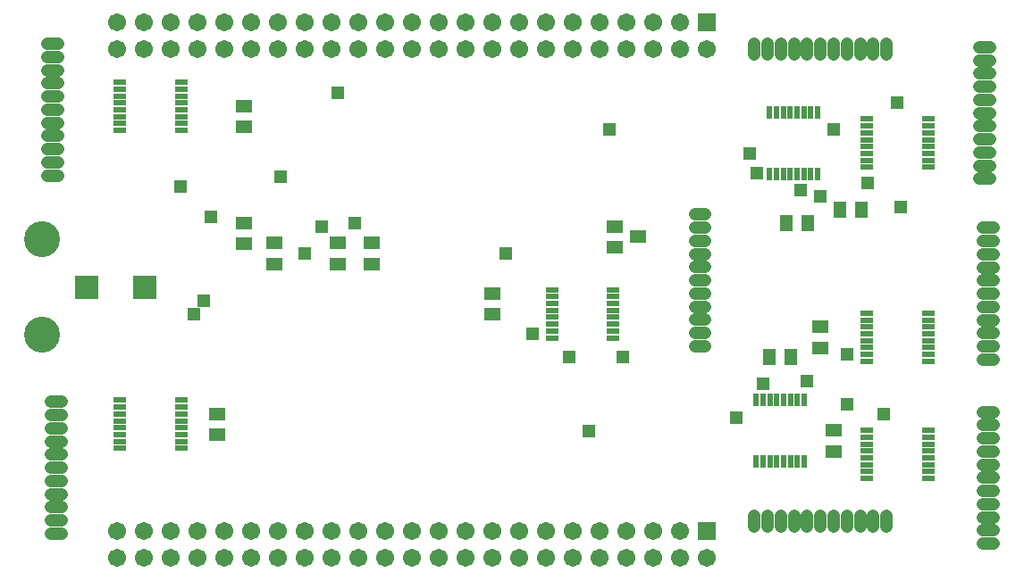
<source format=gbs>
G75*
%MOIN*%
%OFA0B0*%
%FSLAX24Y24*%
%IPPOS*%
%LPD*%
%AMOC8*
5,1,8,0,0,1.08239X$1,22.5*
%
%ADD10R,0.0907X0.0907*%
%ADD11C,0.1340*%
%ADD12R,0.0631X0.0513*%
%ADD13R,0.0513X0.0631*%
%ADD14R,0.0200X0.0470*%
%ADD15R,0.0470X0.0200*%
%ADD16C,0.0477*%
%ADD17R,0.0674X0.0674*%
%ADD18C,0.0674*%
%ADD19R,0.0631X0.0474*%
%ADD20R,0.0476X0.0476*%
D10*
X005583Y011680D03*
X007748Y011680D03*
D11*
X003930Y009908D03*
X003930Y013452D03*
D12*
X011458Y013286D03*
X011458Y014074D03*
X012583Y013324D03*
X012583Y012536D03*
X014958Y012536D03*
X014958Y013324D03*
X016208Y013324D03*
X016208Y012536D03*
X020708Y011449D03*
X020708Y010661D03*
X010458Y006949D03*
X010458Y006161D03*
X011458Y017661D03*
X011458Y018449D03*
X032958Y010199D03*
X032958Y009411D03*
X033458Y006324D03*
X033458Y005536D03*
D13*
X031852Y009055D03*
X031064Y009055D03*
X031689Y014055D03*
X032477Y014055D03*
X033689Y014555D03*
X034477Y014555D03*
D14*
X032854Y015906D03*
X032598Y015906D03*
X032342Y015906D03*
X032086Y015906D03*
X031830Y015906D03*
X031574Y015906D03*
X031318Y015906D03*
X031062Y015906D03*
X031062Y018204D03*
X031318Y018204D03*
X031574Y018204D03*
X031830Y018204D03*
X032086Y018204D03*
X032342Y018204D03*
X032598Y018204D03*
X032854Y018204D03*
X032354Y007454D03*
X032098Y007454D03*
X031842Y007454D03*
X031586Y007454D03*
X031330Y007454D03*
X031074Y007454D03*
X030818Y007454D03*
X030562Y007454D03*
X030562Y005156D03*
X030818Y005156D03*
X031074Y005156D03*
X031330Y005156D03*
X031586Y005156D03*
X031842Y005156D03*
X032098Y005156D03*
X032354Y005156D03*
D15*
X034684Y005046D03*
X034684Y004790D03*
X034684Y004534D03*
X034684Y005302D03*
X034684Y005558D03*
X034684Y005814D03*
X034684Y006070D03*
X034684Y006326D03*
X036982Y006326D03*
X036982Y006070D03*
X036982Y005814D03*
X036982Y005558D03*
X036982Y005302D03*
X036982Y005046D03*
X036982Y004790D03*
X036982Y004534D03*
X036982Y008909D03*
X036982Y009165D03*
X036982Y009421D03*
X036982Y009677D03*
X036982Y009933D03*
X036982Y010189D03*
X036982Y010445D03*
X036982Y010701D03*
X034684Y010701D03*
X034684Y010445D03*
X034684Y010189D03*
X034684Y009933D03*
X034684Y009677D03*
X034684Y009421D03*
X034684Y009165D03*
X034684Y008909D03*
X025232Y009784D03*
X025232Y010040D03*
X025232Y010296D03*
X025232Y010552D03*
X025232Y010808D03*
X025232Y011064D03*
X025232Y011320D03*
X025232Y011576D03*
X022934Y011576D03*
X022934Y011320D03*
X022934Y011064D03*
X022934Y010808D03*
X022934Y010552D03*
X022934Y010296D03*
X022934Y010040D03*
X022934Y009784D03*
X034684Y016159D03*
X034684Y016415D03*
X034684Y016671D03*
X034684Y016927D03*
X034684Y017183D03*
X034684Y017439D03*
X034684Y017695D03*
X034684Y017951D03*
X036982Y017951D03*
X036982Y017695D03*
X036982Y017439D03*
X036982Y017183D03*
X036982Y016927D03*
X036982Y016671D03*
X036982Y016415D03*
X036982Y016159D03*
X009107Y017534D03*
X009107Y017790D03*
X009107Y018046D03*
X009107Y018302D03*
X009107Y018558D03*
X009107Y018814D03*
X009107Y019070D03*
X009107Y019326D03*
X006809Y019326D03*
X006809Y019070D03*
X006809Y018814D03*
X006809Y018558D03*
X006809Y018302D03*
X006809Y018046D03*
X006809Y017790D03*
X006809Y017534D03*
X006809Y007451D03*
X006809Y007195D03*
X006809Y006939D03*
X006809Y006683D03*
X006809Y006427D03*
X006809Y006171D03*
X006809Y005915D03*
X006809Y005659D03*
X009107Y005659D03*
X009107Y005915D03*
X009107Y006171D03*
X009107Y006427D03*
X009107Y006683D03*
X009107Y006939D03*
X009107Y007195D03*
X009107Y007451D03*
D16*
X004649Y002469D02*
X004252Y002469D01*
X004252Y002961D02*
X004649Y002961D01*
X004649Y003454D02*
X004252Y003454D01*
X004252Y003946D02*
X004649Y003946D01*
X004649Y004438D02*
X004252Y004438D01*
X004252Y004930D02*
X004649Y004930D01*
X004649Y005422D02*
X004252Y005422D01*
X004252Y005914D02*
X004649Y005914D01*
X004649Y006406D02*
X004252Y006406D01*
X004252Y006899D02*
X004649Y006899D01*
X004649Y007391D02*
X004252Y007391D01*
X004127Y015844D02*
X004524Y015844D01*
X004524Y016336D02*
X004127Y016336D01*
X004127Y016829D02*
X004524Y016829D01*
X004524Y017321D02*
X004127Y017321D01*
X004127Y017813D02*
X004524Y017813D01*
X004524Y018305D02*
X004127Y018305D01*
X004127Y018797D02*
X004524Y018797D01*
X004524Y019289D02*
X004127Y019289D01*
X004127Y019781D02*
X004524Y019781D01*
X004524Y020274D02*
X004127Y020274D01*
X004127Y020766D02*
X004524Y020766D01*
X028268Y014391D02*
X028664Y014391D01*
X028664Y013899D02*
X028268Y013899D01*
X028268Y013406D02*
X028664Y013406D01*
X028664Y012914D02*
X028268Y012914D01*
X028268Y012422D02*
X028664Y012422D01*
X028664Y011930D02*
X028268Y011930D01*
X028268Y011438D02*
X028664Y011438D01*
X028664Y010946D02*
X028268Y010946D01*
X028268Y010454D02*
X028664Y010454D01*
X028664Y009961D02*
X028268Y009961D01*
X028268Y009469D02*
X028664Y009469D01*
X039018Y009461D02*
X039414Y009461D01*
X039414Y009954D02*
X039018Y009954D01*
X039018Y010446D02*
X039414Y010446D01*
X039414Y010938D02*
X039018Y010938D01*
X039018Y011430D02*
X039414Y011430D01*
X039414Y011922D02*
X039018Y011922D01*
X039018Y012414D02*
X039414Y012414D01*
X039414Y012906D02*
X039018Y012906D01*
X039018Y013399D02*
X039414Y013399D01*
X039414Y013891D02*
X039018Y013891D01*
X038893Y015719D02*
X039289Y015719D01*
X039289Y016211D02*
X038893Y016211D01*
X038893Y016704D02*
X039289Y016704D01*
X039289Y017196D02*
X038893Y017196D01*
X038893Y017688D02*
X039289Y017688D01*
X039289Y018180D02*
X038893Y018180D01*
X038893Y018672D02*
X039289Y018672D01*
X039289Y019164D02*
X038893Y019164D01*
X038893Y019656D02*
X039289Y019656D01*
X039289Y020149D02*
X038893Y020149D01*
X038893Y020641D02*
X039289Y020641D01*
X035419Y020761D02*
X035419Y020364D01*
X034927Y020364D02*
X034927Y020761D01*
X034434Y020761D02*
X034434Y020364D01*
X033942Y020364D02*
X033942Y020761D01*
X033450Y020761D02*
X033450Y020364D01*
X032958Y020364D02*
X032958Y020761D01*
X032466Y020761D02*
X032466Y020364D01*
X031974Y020364D02*
X031974Y020761D01*
X031482Y020761D02*
X031482Y020364D01*
X030990Y020364D02*
X030990Y020761D01*
X030497Y020761D02*
X030497Y020364D01*
X039018Y008969D02*
X039414Y008969D01*
X039414Y007016D02*
X039018Y007016D01*
X039018Y006524D02*
X039414Y006524D01*
X039414Y006031D02*
X039018Y006031D01*
X039018Y005539D02*
X039414Y005539D01*
X039414Y005047D02*
X039018Y005047D01*
X039018Y004555D02*
X039414Y004555D01*
X039414Y004063D02*
X039018Y004063D01*
X039018Y003571D02*
X039414Y003571D01*
X039414Y003079D02*
X039018Y003079D01*
X039018Y002586D02*
X039414Y002586D01*
X039414Y002094D02*
X039018Y002094D01*
X035419Y002724D02*
X035419Y003121D01*
X034927Y003121D02*
X034927Y002724D01*
X034434Y002724D02*
X034434Y003121D01*
X033942Y003121D02*
X033942Y002724D01*
X033450Y002724D02*
X033450Y003121D01*
X032958Y003121D02*
X032958Y002724D01*
X032466Y002724D02*
X032466Y003121D01*
X031974Y003121D02*
X031974Y002724D01*
X031482Y002724D02*
X031482Y003121D01*
X030990Y003121D02*
X030990Y002724D01*
X030497Y002724D02*
X030497Y003121D01*
D17*
X028708Y002555D03*
X028708Y021555D03*
D18*
X027708Y021555D03*
X026708Y021555D03*
X025708Y021555D03*
X024708Y021555D03*
X023708Y021555D03*
X022708Y021555D03*
X021708Y021555D03*
X020708Y021555D03*
X019708Y021555D03*
X018708Y021555D03*
X017708Y021555D03*
X016708Y021555D03*
X015708Y021555D03*
X014708Y021555D03*
X013708Y021555D03*
X012708Y021555D03*
X011708Y021555D03*
X010708Y021555D03*
X009708Y021555D03*
X008708Y021555D03*
X007708Y021555D03*
X006708Y021555D03*
X006708Y020555D03*
X007708Y020555D03*
X008708Y020555D03*
X009708Y020555D03*
X010708Y020555D03*
X011708Y020555D03*
X012708Y020555D03*
X013708Y020555D03*
X014708Y020555D03*
X015708Y020555D03*
X016708Y020555D03*
X017708Y020555D03*
X018708Y020555D03*
X019708Y020555D03*
X020708Y020555D03*
X021708Y020555D03*
X022708Y020555D03*
X023708Y020555D03*
X024708Y020555D03*
X025708Y020555D03*
X026708Y020555D03*
X027708Y020555D03*
X028708Y020555D03*
X027708Y002555D03*
X026708Y002555D03*
X025708Y002555D03*
X024708Y002555D03*
X023708Y002555D03*
X022708Y002555D03*
X021708Y002555D03*
X020708Y002555D03*
X019708Y002555D03*
X018708Y002555D03*
X017708Y002555D03*
X016708Y002555D03*
X015708Y002555D03*
X014708Y002555D03*
X013708Y002555D03*
X012708Y002555D03*
X011708Y002555D03*
X010708Y002555D03*
X009708Y002555D03*
X008708Y002555D03*
X007708Y002555D03*
X006708Y002555D03*
X006708Y001555D03*
X007708Y001555D03*
X008708Y001555D03*
X009708Y001555D03*
X010708Y001555D03*
X011708Y001555D03*
X012708Y001555D03*
X013708Y001555D03*
X014708Y001555D03*
X015708Y001555D03*
X016708Y001555D03*
X017708Y001555D03*
X018708Y001555D03*
X019708Y001555D03*
X020708Y001555D03*
X021708Y001555D03*
X022708Y001555D03*
X023708Y001555D03*
X024708Y001555D03*
X025708Y001555D03*
X026708Y001555D03*
X027708Y001555D03*
X028708Y001555D03*
D19*
X025275Y013181D03*
X026141Y013555D03*
X025275Y013929D03*
D20*
X021208Y012930D03*
X022208Y009930D03*
X023583Y009055D03*
X025583Y009055D03*
X029833Y006805D03*
X030833Y008055D03*
X032458Y008180D03*
X033958Y007305D03*
X035333Y006930D03*
X033958Y009180D03*
X024333Y006305D03*
X013708Y012930D03*
X014352Y013930D03*
X015583Y014055D03*
X012833Y015805D03*
X010208Y014305D03*
X009083Y015430D03*
X014958Y018930D03*
X025083Y017555D03*
X030333Y016680D03*
X030583Y015930D03*
X032208Y015305D03*
X032958Y015055D03*
X034708Y015555D03*
X035958Y014680D03*
X033458Y017555D03*
X035833Y018555D03*
X009958Y011180D03*
X009583Y010680D03*
M02*

</source>
